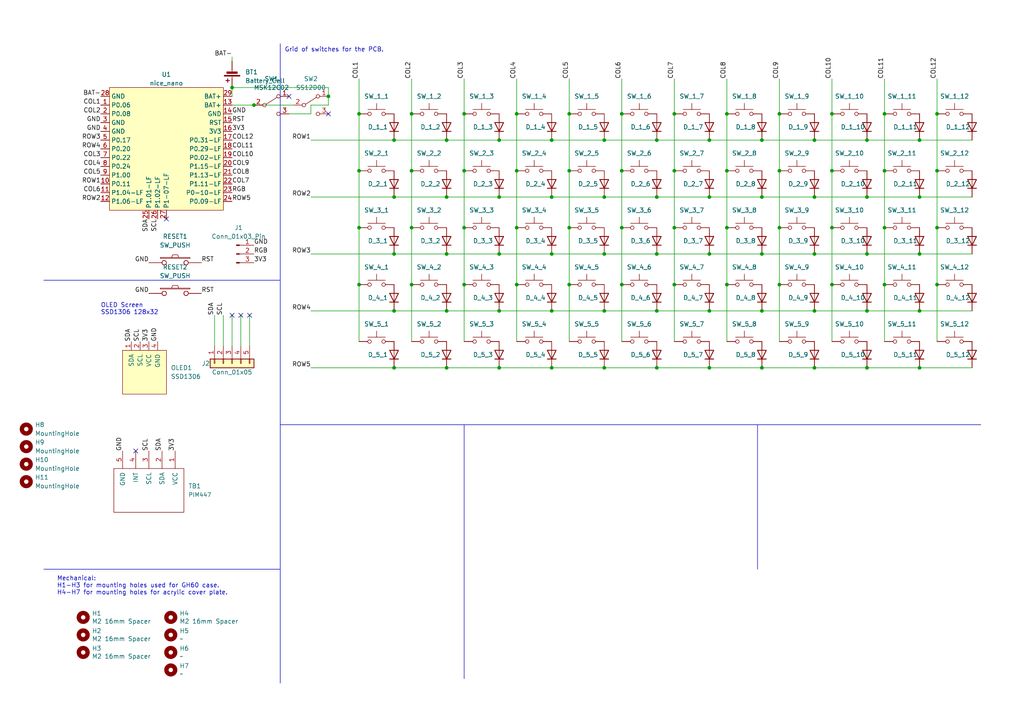
<source format=kicad_sch>
(kicad_sch (version 20230121) (generator eeschema)
  (paper "A4")
  (title_block (title "woodpecker") (date "2023-12-12") (rev "2023.1") (company "github.com/ardakilic/woodpecker") (comment 1 "Feature: 1x Nice!Nano 1x OLED 1xTrackball") (comment 2 "Keyboard PCB; 12x5 matrix."))
  (lib_symbols
    (symbol "Connector:Conn_01x03_Pin" (pin_names (offset 1.016) hide)
      (property "Reference" "J" (at 0 5.08 0))
      (property "Value" "Conn_01x03_Pin" (at 0 -5.08 0))
      (symbol "Conn_01x03_Pin_1_1"
        (pin passive line (at 5.08 2.54 180) (length 3.81) (name "Pin_1") (number "1"))
        (pin passive line (at 5.08 0 180) (length 3.81) (name "Pin_2") (number "2"))
        (pin passive line (at 5.08 -2.54 180) (length 3.81) (name "Pin_3") (number "3"))
      )
    )
    (symbol "Connector_Generic:Conn_01x05" (pin_names (offset 1.016) hide)
      (property "Reference" "J" (at 0 7.62 0))
      (property "Value" "Conn_01x05" (at 0 -7.62 0))
      (symbol "Conn_01x05_1_1"
        (pin passive line (at -5.08 5.08 0) (length 3.81) (name "Pin_1") (number "1"))
        (pin passive line (at -5.08 2.54 0) (length 3.81) (name "Pin_2") (number "2"))
        (pin passive line (at -5.08 0 0) (length 3.81) (name "Pin_3") (number "3"))
        (pin passive line (at -5.08 -2.54 0) (length 3.81) (name "Pin_4") (number "4"))
        (pin passive line (at -5.08 -5.08 0) (length 3.81) (name "Pin_5") (number "5"))
      )
    )
    (symbol "Device:Battery_Cell" (pin_numbers hide) (pin_names (offset 0) hide)
      (property "Reference" "BT" (at 2.54 2.54 0))
      (property "Value" "Battery_Cell" (at 2.54 0 0))
      (symbol "Battery_Cell_1_1"
        (pin passive line (at 0 5.08 270) (length 2.54) (name "+") (number "1"))
        (pin passive line (at 0 -2.54 90) (length 2.54) (name "-") (number "2"))
      )
    )
    (symbol "Device:D" (pin_numbers hide) (pin_names (offset 1.016) hide)
      (property "Reference" "D" (at 0 2.54 0))
      (property "Value" "D" (at 0 -2.54 0))
      (symbol "D_1_1"
        (pin passive line (at -3.81 0 0) (length 2.54) (name "K") (number "1"))
        (pin passive line (at 3.81 0 180) (length 2.54) (name "A") (number "2"))
      )
    )
    (symbol "Mechanical:MountingHole" (pin_names (offset 1.016))
      (property "Reference" "H" (at 0 5.08 0))
      (property "Value" "MountingHole" (at 0 3.175 0))
    )
    (symbol "Switch:SW_Push" (pin_numbers hide) (pin_names (offset 1.016) hide)
      (property "Reference" "SW" (at 1.27 2.54 0))
      (property "Value" "SW_Push" (at 0 -1.524 0))
      (symbol "SW_Push_0_1"
        (pin passive line (at -5.08 0 0) (length 2.54) (name "1") (number "1"))
        (pin passive line (at 5.08 0 180) (length 2.54) (name "2") (number "2"))
      )
    )
    (symbol "Switch:SW_SPDT" (pin_names (offset 0) hide)
      (property "Reference" "SW" (at 0 4.318 0))
      (property "Value" "SW_SPDT" (at 0 -5.08 0))
      (symbol "SW_SPDT_1_1"
        (pin passive line (at 5.08 2.54 180) (length 2.54) (name "A") (number "1"))
        (pin passive line (at -5.08 0 0) (length 2.54) (name "B") (number "2"))
        (pin passive line (at 5.08 -2.54 180) (length 2.54) (name "C") (number "3"))
      )
    )
    (symbol "kbd:SW_PUSH" (pin_numbers hide) (pin_names (offset 1.016) hide)
      (property "Reference" "SW" (at 3.81 2.794 0))
      (property "Value" "SW_PUSH" (at 0 -2.032 0))
      (symbol "SW_PUSH_0_1"
        (pin passive inverted (at -7.62 0 0) (length 5.08) (name "1") (number "1"))
        (pin passive inverted (at 7.62 0 180) (length 5.08) (name "2") (number "2"))
      )
    )
    (symbol "marbastlib-promicroish:nice_nano" (in_bom no)
      (property "Reference" "U" (at 0 22.86 0))
      (property "Value" "nice_nano" (at 0 20.32 0))
      (symbol "nice_nano_0_0"
        (pin bidirectional line (at -19.05 13.97 0) (length 2.54) (name "P0.06") (number "1"))
        (pin bidirectional line (at -19.05 -8.89 0) (length 2.54) (name "P0.11") (number "10"))
        (pin bidirectional line (at -19.05 -11.43 0) (length 2.54) (name "P1.04-LF") (number "11"))
        (pin bidirectional line (at -19.05 -13.97 0) (length 2.54) (name "P1.06-LF") (number "12"))
        (pin power_out line (at 19.05 11.43 180) (length 2.54) (name "GND") (number "14"))
        (pin bidirectional line (at 19.05 8.89 180) (length 2.54) (name "RST") (number "15"))
        (pin bidirectional line (at 19.05 3.81 180) (length 2.54) (name "P0.31-LF") (number "17"))
        (pin bidirectional line (at 19.05 1.27 180) (length 2.54) (name "P0.29-LF") (number "18"))
        (pin bidirectional line (at 19.05 -1.27 180) (length 2.54) (name "P0.02-LF") (number "19"))
        (pin bidirectional line (at -19.05 11.43 0) (length 2.54) (name "P0.08") (number "2"))
        (pin bidirectional line (at 19.05 -3.81 180) (length 2.54) (name "P1.15-LF") (number "20"))
        (pin bidirectional line (at 19.05 -6.35 180) (length 2.54) (name "P1.13-LF") (number "21"))
        (pin bidirectional line (at 19.05 -8.89 180) (length 2.54) (name "P1.11-LF") (number "22"))
        (pin bidirectional line (at 19.05 -11.43 180) (length 2.54) (name "P0-10-LF") (number "23"))
        (pin bidirectional line (at 19.05 -13.97 180) (length 2.54) (name "P0.09-LF") (number "24"))
        (pin power_out line (at -19.05 8.89 0) (length 2.54) (name "GND") (number "3"))
        (pin power_out line (at -19.05 6.35 0) (length 2.54) (name "GND") (number "4"))
        (pin bidirectional line (at -19.05 3.81 0) (length 2.54) (name "P0.17") (number "5"))
        (pin bidirectional line (at -19.05 1.27 0) (length 2.54) (name "P0.20") (number "6"))
        (pin bidirectional line (at -19.05 -1.27 0) (length 2.54) (name "P0.22") (number "7"))
        (pin bidirectional line (at -19.05 -3.81 0) (length 2.54) (name "P0.24") (number "8"))
        (pin bidirectional line (at -19.05 -6.35 0) (length 2.54) (name "P1.00") (number "9"))
      )
      (symbol "nice_nano_1_0"
        (pin power_out line (at 19.05 13.97 180) (length 2.54) (name "BAT+") (number "13"))
        (pin power_out line (at 19.05 6.35 180) (length 2.54) (name "3V3") (number "16"))
        (pin bidirectional line (at -5.08 -19.05 90) (length 2.54) (name "P1.01-LF") (number "25"))
        (pin bidirectional line (at -2.54 -19.05 90) (length 2.54) (name "P1.02-LF") (number "26"))
        (pin bidirectional line (at 0 -19.05 90) (length 2.54) (name "P1-07-LF") (number "27"))
        (pin power_out line (at -19.05 16.51 0) (length 2.54) (name "GND") (number "28"))
        (pin power_out line (at 19.05 16.51 180) (length 2.54) (name "BAT+") (number "29"))
      )
    )
    (symbol "ssd1306:SSD1306" (pin_names (offset 1.016))
      (property "Reference" "OLED1" (at 7.62 1.2701 0))
      (property "Value" "SSD1306" (at 7.62 -1.2699 0))
      (symbol "SSD1306_1_1"
        (pin input line (at -3.81 8.89 270) (length 2.54) (name "SDA") (number "1"))
        (pin input line (at -1.27 8.89 270) (length 2.54) (name "SCL") (number "2"))
        (pin input line (at 1.27 8.89 270) (length 2.54) (name "VCC") (number "3"))
        (pin input line (at 3.81 8.89 270) (length 2.54) (name "GND") (number "4"))
      )
    )
    (symbol "takashicompany:PIM447" (pin_names (offset 1.016))
      (property "Reference" "TB" (at 0 15.24 0))
      (property "Value" "PIM447" (at 0 7.62 0))
      (symbol "PIM447_1_1"
        (pin power_in line (at -7.62 -5.08 90) (length 5.08) (name "VCC") (number "1"))
        (pin bidirectional line (at -3.81 -5.08 90) (length 5.08) (name "SDA") (number "2"))
        (pin bidirectional line (at 0 -5.08 90) (length 5.08) (name "SCL") (number "3"))
        (pin bidirectional line (at 3.81 -5.08 90) (length 5.08) (name "INT") (number "4"))
        (pin power_in line (at 7.62 -5.08 90) (length 5.08) (name "GND") (number "5"))
      )
    )
  )
  (junction (at 129.54 90.17))
  (junction (at 175.26 73.66))
  (junction (at 220.98 57.15))
  (junction (at 149.86 82.55))
  (junction (at 251.46 106.68))
  (junction (at 210.82 82.55))
  (junction (at 104.14 66.04))
  (junction (at 160.02 106.68))
  (junction (at 226.06 33.02))
  (junction (at 266.7 106.68))
  (junction (at 114.3 73.66))
  (junction (at 195.58 82.55))
  (junction (at 165.1 49.53))
  (junction (at 190.5 57.15))
  (junction (at 144.78 57.15))
  (junction (at 114.3 57.15))
  (junction (at 134.62 49.53))
  (junction (at 129.54 40.64))
  (junction (at 271.78 49.53))
  (junction (at 160.02 57.15))
  (junction (at 114.3 40.64))
  (junction (at 266.7 40.64))
  (junction (at 195.58 33.02))
  (junction (at 226.06 66.04))
  (junction (at 144.78 106.68))
  (junction (at 210.82 49.53))
  (junction (at 180.34 66.04))
  (junction (at 134.62 82.55))
  (junction (at 236.22 106.68))
  (junction (at 220.98 106.68))
  (junction (at 256.54 49.53))
  (junction (at 190.5 90.17))
  (junction (at 144.78 90.17))
  (junction (at 220.98 73.66))
  (junction (at 104.14 33.02))
  (junction (at 271.78 33.02))
  (junction (at 73.66 30.48))
  (junction (at 251.46 90.17))
  (junction (at 114.3 90.17))
  (junction (at 144.78 73.66))
  (junction (at 175.26 40.64))
  (junction (at 241.3 49.53))
  (junction (at 266.7 73.66))
  (junction (at 271.78 66.04))
  (junction (at 236.22 73.66))
  (junction (at 190.5 40.64))
  (junction (at 251.46 40.64))
  (junction (at 114.3 106.68))
  (junction (at 205.74 57.15))
  (junction (at 104.14 49.53))
  (junction (at 134.62 33.02))
  (junction (at 149.86 49.53))
  (junction (at 129.54 57.15))
  (junction (at 95.25 27.94))
  (junction (at 149.86 66.04))
  (junction (at 226.06 82.55))
  (junction (at 195.58 66.04))
  (junction (at 256.54 33.02))
  (junction (at 195.58 49.53))
  (junction (at 67.31 25.4))
  (junction (at 129.54 106.68))
  (junction (at 129.54 73.66))
  (junction (at 160.02 73.66))
  (junction (at 160.02 40.64))
  (junction (at 205.74 106.68))
  (junction (at 104.14 82.55))
  (junction (at 205.74 73.66))
  (junction (at 119.38 33.02))
  (junction (at 165.1 66.04))
  (junction (at 175.26 106.68))
  (junction (at 160.02 90.17))
  (junction (at 241.3 82.55))
  (junction (at 149.86 33.02))
  (junction (at 165.1 82.55))
  (junction (at 205.74 90.17))
  (junction (at 180.34 82.55))
  (junction (at 165.1 33.02))
  (junction (at 266.7 90.17))
  (junction (at 210.82 33.02))
  (junction (at 236.22 57.15))
  (junction (at 226.06 49.53))
  (junction (at 251.46 57.15))
  (junction (at 175.26 90.17))
  (junction (at 220.98 40.64))
  (junction (at 175.26 57.15))
  (junction (at 236.22 90.17))
  (junction (at 180.34 49.53))
  (junction (at 256.54 82.55))
  (junction (at 119.38 66.04))
  (junction (at 266.7 57.15))
  (junction (at 271.78 82.55))
  (junction (at 180.34 33.02))
  (junction (at 119.38 82.55))
  (junction (at 134.62 66.04))
  (junction (at 236.22 40.64))
  (junction (at 205.74 40.64))
  (junction (at 256.54 66.04))
  (junction (at 220.98 90.17))
  (junction (at 241.3 66.04))
  (junction (at 241.3 33.02))
  (junction (at 144.78 40.64))
  (junction (at 210.82 66.04))
  (junction (at 190.5 73.66))
  (junction (at 119.38 49.53))
  (junction (at 190.5 106.68))
  (junction (at 251.46 73.66))
  (no_connect (at 72.39 91.44))
  (no_connect (at 95.25 33.02))
  (no_connect (at 69.85 91.44))
  (no_connect (at 83.82 27.94))
  (no_connect (at 67.31 91.44))
  (no_connect (at 39.37 130.81))
  (no_connect (at 48.26 63.5))
  (wire (pts (xy 180.34 66.04) (xy 180.34 82.55)))
  (wire (pts (xy 266.7 57.15) (xy 281.94 57.15)))
  (wire (pts (xy 195.58 66.04) (xy 195.58 82.55)))
  (polyline (pts (xy 81.28 12.7) (xy 81.28 198.12)))
  (wire (pts (xy 160.02 106.68) (xy 144.78 106.68)))
  (wire (pts (xy 95.25 25.4) (xy 95.25 27.94)))
  (wire (pts (xy 251.46 57.15) (xy 266.7 57.15)))
  (wire (pts (xy 104.14 82.55) (xy 104.14 99.06)))
  (wire (pts (xy 165.1 82.55) (xy 165.1 99.06)))
  (wire (pts (xy 175.26 106.68) (xy 190.5 106.68)))
  (wire (pts (xy 119.38 66.04) (xy 119.38 82.55)))
  (wire (pts (xy 281.94 106.68) (xy 266.7 106.68)))
  (wire (pts (xy 160.02 40.64) (xy 175.26 40.64)))
  (wire (pts (xy 241.3 66.04) (xy 241.3 82.55)))
  (wire (pts (xy 129.54 73.66) (xy 144.78 73.66)))
  (wire (pts (xy 180.34 49.53) (xy 180.34 66.04)))
  (wire (pts (xy 205.74 73.66) (xy 220.98 73.66)))
  (wire (pts (xy 72.39 100.33) (xy 72.39 91.44)))
  (wire (pts (xy 241.3 22.86) (xy 241.3 33.02)))
  (wire (pts (xy 226.06 22.86) (xy 226.06 33.02)))
  (wire (pts (xy 256.54 82.55) (xy 256.54 99.06)))
  (wire (pts (xy 220.98 73.66) (xy 236.22 73.66)))
  (wire (pts (xy 251.46 73.66) (xy 236.22 73.66)))
  (wire (pts (xy 195.58 33.02) (xy 195.58 49.53)))
  (wire (pts (xy 149.86 82.55) (xy 149.86 99.06)))
  (wire (pts (xy 236.22 90.17) (xy 220.98 90.17)))
  (polyline (pts (xy 219.71 123.19) (xy 219.71 165.1)))
  (wire (pts (xy 104.14 33.02) (xy 104.14 49.53)))
  (wire (pts (xy 95.25 27.94) (xy 95.25 30.48)))
  (wire (pts (xy 134.62 22.86) (xy 134.62 33.02)))
  (polyline (pts (xy 81.28 81.28) (xy 12.7 81.28)))
  (wire (pts (xy 64.77 91.44) (xy 64.77 100.33)))
  (wire (pts (xy 160.02 73.66) (xy 175.26 73.66)))
  (wire (pts (xy 195.58 22.86) (xy 195.58 33.02)))
  (wire (pts (xy 104.14 49.53) (xy 104.14 66.04)))
  (wire (pts (xy 210.82 82.55) (xy 210.82 99.06)))
  (wire (pts (xy 144.78 106.68) (xy 129.54 106.68)))
  (wire (pts (xy 114.3 73.66) (xy 90.17 73.66)))
  (wire (pts (xy 144.78 73.66) (xy 160.02 73.66)))
  (wire (pts (xy 256.54 22.86) (xy 256.54 33.02)))
  (wire (pts (xy 119.38 33.02) (xy 119.38 49.53)))
  (wire (pts (xy 241.3 49.53) (xy 241.3 66.04)))
  (wire (pts (xy 144.78 90.17) (xy 129.54 90.17)))
  (wire (pts (xy 149.86 66.04) (xy 149.86 82.55)))
  (wire (pts (xy 271.78 66.04) (xy 271.78 82.55)))
  (wire (pts (xy 149.86 22.86) (xy 149.86 33.02)))
  (wire (pts (xy 210.82 66.04) (xy 210.82 82.55)))
  (wire (pts (xy 266.7 90.17) (xy 251.46 90.17)))
  (wire (pts (xy 165.1 22.86) (xy 165.1 33.02)))
  (wire (pts (xy 210.82 22.86) (xy 210.82 33.02)))
  (wire (pts (xy 236.22 40.64) (xy 251.46 40.64)))
  (wire (pts (xy 236.22 57.15) (xy 251.46 57.15)))
  (wire (pts (xy 271.78 22.86) (xy 271.78 33.02)))
  (wire (pts (xy 175.26 57.15) (xy 160.02 57.15)))
  (wire (pts (xy 129.54 40.64) (xy 144.78 40.64)))
  (wire (pts (xy 195.58 49.53) (xy 195.58 66.04)))
  (wire (pts (xy 190.5 40.64) (xy 175.26 40.64)))
  (wire (pts (xy 165.1 33.02) (xy 165.1 49.53)))
  (wire (pts (xy 256.54 49.53) (xy 256.54 66.04)))
  (wire (pts (xy 67.31 25.4) (xy 95.25 25.4)))
  (wire (pts (xy 114.3 57.15) (xy 129.54 57.15)))
  (wire (pts (xy 114.3 73.66) (xy 129.54 73.66)))
  (wire (pts (xy 95.25 30.48) (xy 90.17 30.48)))
  (wire (pts (xy 165.1 49.53) (xy 165.1 66.04)))
  (wire (pts (xy 160.02 90.17) (xy 144.78 90.17)))
  (wire (pts (xy 114.3 57.15) (xy 90.17 57.15)))
  (wire (pts (xy 175.26 106.68) (xy 160.02 106.68)))
  (wire (pts (xy 104.14 22.86) (xy 104.14 33.02)))
  (wire (pts (xy 114.3 90.17) (xy 90.17 90.17)))
  (wire (pts (xy 175.26 57.15) (xy 190.5 57.15)))
  (wire (pts (xy 149.86 33.02) (xy 149.86 49.53)))
  (wire (pts (xy 129.54 90.17) (xy 114.3 90.17)))
  (wire (pts (xy 134.62 82.55) (xy 134.62 99.06)))
  (wire (pts (xy 220.98 57.15) (xy 236.22 57.15)))
  (wire (pts (xy 205.74 90.17) (xy 190.5 90.17)))
  (wire (pts (xy 190.5 90.17) (xy 175.26 90.17)))
  (wire (pts (xy 114.3 106.68) (xy 90.17 106.68)))
  (wire (pts (xy 90.17 30.48) (xy 90.17 33.02)))
  (wire (pts (xy 271.78 49.53) (xy 271.78 66.04)))
  (wire (pts (xy 241.3 33.02) (xy 241.3 49.53)))
  (wire (pts (xy 149.86 49.53) (xy 149.86 66.04)))
  (wire (pts (xy 210.82 33.02) (xy 210.82 49.53)))
  (wire (pts (xy 256.54 66.04) (xy 256.54 82.55)))
  (wire (pts (xy 73.66 30.48) (xy 85.09 30.48)))
  (wire (pts (xy 114.3 40.64) (xy 90.17 40.64)))
  (wire (pts (xy 251.46 90.17) (xy 236.22 90.17)))
  (polyline (pts (xy 81.28 123.19) (xy 284.48 123.19)))
  (wire (pts (xy 190.5 73.66) (xy 205.74 73.66)))
  (wire (pts (xy 134.62 33.02) (xy 134.62 49.53)))
  (wire (pts (xy 119.38 22.86) (xy 119.38 33.02)))
  (wire (pts (xy 220.98 106.68) (xy 205.74 106.68)))
  (wire (pts (xy 190.5 57.15) (xy 205.74 57.15)))
  (wire (pts (xy 144.78 40.64) (xy 160.02 40.64)))
  (wire (pts (xy 104.14 66.04) (xy 104.14 82.55)))
  (wire (pts (xy 175.26 73.66) (xy 190.5 73.66)))
  (wire (pts (xy 144.78 57.15) (xy 160.02 57.15)))
  (wire (pts (xy 210.82 49.53) (xy 210.82 66.04)))
  (wire (pts (xy 271.78 33.02) (xy 271.78 49.53)))
  (wire (pts (xy 281.94 90.17) (xy 266.7 90.17)))
  (wire (pts (xy 251.46 106.68) (xy 236.22 106.68)))
  (wire (pts (xy 119.38 49.53) (xy 119.38 66.04)))
  (wire (pts (xy 134.62 66.04) (xy 134.62 82.55)))
  (wire (pts (xy 67.31 16.51) (xy 67.31 17.78)))
  (wire (pts (xy 205.74 40.64) (xy 220.98 40.64)))
  (wire (pts (xy 226.06 49.53) (xy 226.06 66.04)))
  (wire (pts (xy 67.31 91.44) (xy 67.31 100.33)))
  (wire (pts (xy 195.58 82.55) (xy 195.58 99.06)))
  (wire (pts (xy 220.98 90.17) (xy 205.74 90.17)))
  (wire (pts (xy 220.98 40.64) (xy 236.22 40.64)))
  (wire (pts (xy 226.06 82.55) (xy 226.06 99.06)))
  (wire (pts (xy 251.46 73.66) (xy 266.7 73.66)))
  (wire (pts (xy 281.94 73.66) (xy 266.7 73.66)))
  (wire (pts (xy 226.06 66.04) (xy 226.06 82.55)))
  (wire (pts (xy 205.74 106.68) (xy 190.5 106.68)))
  (wire (pts (xy 256.54 33.02) (xy 256.54 49.53)))
  (polyline (pts (xy 81.28 165.1) (xy 12.7 165.1)))
  (wire (pts (xy 114.3 40.64) (xy 129.54 40.64)))
  (wire (pts (xy 67.31 30.48) (xy 73.66 30.48)))
  (wire (pts (xy 180.34 33.02) (xy 180.34 49.53)))
  (wire (pts (xy 241.3 82.55) (xy 241.3 99.06)))
  (polyline (pts (xy 134.62 123.19) (xy 134.62 196.85)))
  (wire (pts (xy 69.85 100.33) (xy 69.85 91.44)))
  (wire (pts (xy 266.7 40.64) (xy 281.94 40.64)))
  (wire (pts (xy 271.78 82.55) (xy 271.78 99.06)))
  (wire (pts (xy 90.17 33.02) (xy 83.82 33.02)))
  (wire (pts (xy 129.54 57.15) (xy 144.78 57.15)))
  (wire (pts (xy 180.34 82.55) (xy 180.34 99.06)))
  (wire (pts (xy 226.06 33.02) (xy 226.06 49.53)))
  (wire (pts (xy 67.31 25.4) (xy 67.31 27.94)))
  (wire (pts (xy 165.1 66.04) (xy 165.1 82.55)))
  (wire (pts (xy 266.7 106.68) (xy 251.46 106.68)))
  (wire (pts (xy 119.38 82.55) (xy 119.38 99.06)))
  (wire (pts (xy 175.26 90.17) (xy 160.02 90.17)))
  (wire (pts (xy 180.34 22.86) (xy 180.34 33.02)))
  (wire (pts (xy 251.46 40.64) (xy 266.7 40.64)))
  (wire (pts (xy 190.5 40.64) (xy 205.74 40.64)))
  (wire (pts (xy 62.23 91.44) (xy 62.23 100.33)))
  (wire (pts (xy 129.54 106.68) (xy 114.3 106.68)))
  (wire (pts (xy 205.74 57.15) (xy 220.98 57.15)))
  (wire (pts (xy 236.22 106.68) (xy 220.98 106.68)))
  (wire (pts (xy 134.62 49.53) (xy 134.62 66.04)))
  (text "Grid of switches for the PCB." (at 82.55 15.24 0) (effects (font (size 1.27 1.27)) (justify left bottom)))
  (text "OLED Screen\nSSD1306 128x32" (at 29.21 91.44 0) (effects (font (size 1.27 1.27)) (justify left bottom)))
  (text "Mechanical:\nH1-H3 for mounting holes used for GH60 case.\nH4-H7 for mounting holes for acrylic cover plate." (at 16.51 172.72 0) (effects (font (size 1.27 1.27)) (justify left bottom)))
  (label "SCL" (at 40.64 99.06 90))
  (label "GND" (at 29.21 35.56 180))
  (label "COL3" (at 29.21 45.72 180))
  (label "ROW4" (at 29.21 43.18 180))
  (label "RGB" (at 73.66 73.66 0))
  (label "COL4" (at 29.21 48.26 180))
  (label "RST" (at 67.31 35.56 0))
  (label "RST" (at 58.42 76.2 0))
  (label "COL9" (at 226.06 22.86 90))
  (label "GND" (at 29.21 38.1 180))
  (label "SCL" (at 64.77 91.44 90))
  (label "COL1" (at 104.14 22.86 90))
  (label "COL12" (at 67.31 40.64 0))
  (label "3V3" (at 43.18 99.06 90))
  (label "SDA" (at 46.99 130.81 90))
  (label "COL10" (at 241.3 22.86 90))
  (label "COL11" (at 67.31 43.18 0))
  (label "COL6" (at 180.34 22.86 90))
  (label "GND" (at 43.18 76.2 180))
  (label "COL1" (at 29.21 30.48 180))
  (label "SCL" (at 43.18 130.81 90))
  (label "RST" (at 58.42 85.09 0))
  (label "GND" (at 67.31 33.02 0))
  (label "SDA" (at 62.23 91.44 90))
  (label "GND" (at 45.72 99.06 90))
  (label "3V3" (at 50.8 130.81 90))
  (label "COL5" (at 29.21 50.8 180))
  (label "SCL" (at 45.72 63.5 270))
  (label "ROW2" (at 29.21 58.42 180))
  (label "COL7" (at 195.58 22.86 90))
  (label "COL8" (at 67.31 50.8 0))
  (label "ROW1" (at 90.17 40.64 180))
  (label "3V3" (at 73.66 76.2 0))
  (label "COL12" (at 271.78 22.86 90))
  (label "ROW1" (at 29.21 53.34 180))
  (label "COL10" (at 67.31 45.72 0))
  (label "COL3" (at 134.62 22.86 90))
  (label "COL6" (at 29.21 55.88 180))
  (label "BAT-" (at 29.21 27.94 180))
  (label "COL2" (at 29.21 33.02 180))
  (label "ROW4" (at 90.17 90.17 180))
  (label "BAT-" (at 67.31 16.51 180))
  (label "COL2" (at 119.38 22.86 90))
  (label "ROW3" (at 29.21 40.64 180))
  (label "ROW3" (at 90.17 73.66 180))
  (label "ROW5" (at 67.31 58.42 0))
  (label "COL4" (at 149.86 22.86 90))
  (label "ROW5" (at 90.17 106.68 180))
  (label "GND" (at 35.56 130.81 90))
  (label "COL7" (at 67.31 53.34 0))
  (label "SDA" (at 43.18 63.5 270))
  (label "GND" (at 43.18 85.09 180))
  (label "COL8" (at 210.82 22.86 90))
  (label "3V3" (at 67.31 38.1 0))
  (label "COL9" (at 67.31 48.26 0))
  (label "ROW2" (at 90.17 57.15 180))
  (label "SDA" (at 38.1 99.06 90))
  (label "RGB" (at 67.31 55.88 0))
  (label "GND" (at 73.66 71.12 0))
  (label "COL11" (at 256.54 22.86 90))
  (label "COL5" (at 165.1 22.86 90))
  (symbol (lib_id "Switch:SW_Push") (at 109.22 33.02 0) (unit 1)
    (property "Reference" "SW_1_1" (at 109.22 27.94 0))
    (property "Value" "MX-compatible or Kailh Choc v1" (effects hide))
    (property "Footprint" "ProjectLocal:SW_MX_PG1350_NoLed" (effects hide))
    (property "Description" "Mechanical Keyboard Switch" (effects hide))
  )
  (symbol (lib_id "Mechanical:MountingHole") (at 24.13 179.07 0) (unit 1)
    (property "Reference" "H1" (at 26.67 177.9016 0) (effects (justify left)))
    (property "Value" "M2 16mm Spacer" (at 26.67 180.213 0) (effects (justify left)))
    (property "Footprint" "MountingHole:MountingHole_2.2mm_M2_DIN965_Pad" (effects hide))
    (property "Description" "Acrylic Cover Mounting Hole" (effects hide))
  )
  (symbol (lib_id "Mechanical:MountingHole") (at 24.13 184.15 0) (unit 1)
    (property "Reference" "H2" (at 26.67 182.9816 0) (effects (justify left)))
    (property "Value" "M2 16mm Spacer" (at 26.67 185.293 0) (effects (justify left)))
    (property "Footprint" "MountingHole:MountingHole_2.2mm_M2_DIN965_Pad" (effects hide))
    (property "Description" "Acrylic Cover Mounting Hole" (effects hide))
  )
  (symbol (lib_id "Mechanical:MountingHole") (at 24.13 189.23 0) (unit 1)
    (property "Reference" "H3" (at 26.67 188.0616 0) (effects (justify left)))
    (property "Value" "M2 16mm Spacer" (at 26.67 190.373 0) (effects (justify left)))
    (property "Footprint" "MountingHole:MountingHole_2.2mm_M2_DIN965_Pad" (effects hide))
    (property "Description" "Acrylic Cover Mounting Hole" (effects hide))
  )
  (symbol (lib_id "Mechanical:MountingHole") (at 49.53 179.07 0) (unit 1)
    (property "Reference" "H4" (at 52.07 177.9016 0) (effects (justify left)))
    (property "Value" "M2 16mm Spacer" (at 52.07 180.213 0) (effects (justify left)))
    (property "Footprint" "MountingHole:MountingHole_2.2mm_M2_DIN965_Pad" (effects hide))
    (property "Description" "Acrylic Cover Mounting Hole" (effects hide))
  )
  (symbol (lib_id "Mechanical:MountingHole") (at 49.53 184.15 0) (unit 1)
    (property "Reference" "H5" (at 52.07 182.9816 0) (effects (justify left)))
    (property "Value" "~" (at 52.07 185.293 0) (effects (justify left)))
    (property "Footprint" "ProjectLocal:Bumpon_3M_F0502" (effects hide))
    (property "Description" "GH-60 Case Mounting Hole" (effects hide))
  )
  (symbol (lib_id "Mechanical:MountingHole") (at 49.53 189.23 0) (unit 1)
    (property "Reference" "H6" (at 52.07 188.0616 0) (effects (justify left)))
    (property "Value" "~" (at 52.07 190.373 0) (effects (justify left)))
    (property "Footprint" "Library:MountingHole_2.2mm_M2_elongated" (effects hide))
    (property "Description" "GH-60 Case Mounting Hole" (effects hide))
  )
  (symbol (lib_id "Mechanical:MountingHole") (at 49.53 194.31 0) (unit 1)
    (property "Reference" "H7" (at 52.07 193.1416 0) (effects (justify left)))
    (property "Value" "~" (at 52.07 195.453 0) (effects (justify left)))
    (property "Footprint" "Library:MountingHole_2.2mm_M2_elongated" (effects hide))
    (property "Description" "GH-60 Case Mounting Hole" (effects hide))
  )
  (symbol (lib_id "Device:D") (at 114.3 36.83 90) (unit 1)
    (property "Reference" "D_1_1" (at 106.68 36.83 90) (effects (justify right)))
    (property "Value" "1N4148" (effects hide))
    (property "Footprint" "Keebio-Parts:Diode-dual" (effects hide))
    (property "Description" "Diode (Through-hole or 0805)" (effects hide))
  )
  (symbol (lib_id "Switch:SW_Push") (at 124.46 33.02 0) (unit 1)
    (property "Reference" "SW_1_2" (at 124.46 27.94 0))
    (property "Value" "MX-compatible or Kailh Choc v1" (effects hide))
    (property "Footprint" "ProjectLocal:SW_MX_PG1350_NoLed" (effects hide))
    (property "Description" "Mechanical Keyboard Switch" (effects hide))
  )
  (symbol (lib_id "Device:D") (at 129.54 36.83 90) (unit 1)
    (property "Reference" "D_1_2" (at 121.92 36.83 90) (effects (justify right)))
    (property "Value" "1N4148" (effects hide))
    (property "Footprint" "Keebio-Parts:Diode-dual" (effects hide))
    (property "Description" "Diode (Through-hole or 0805)" (effects hide))
  )
  (symbol (lib_id "Switch:SW_Push") (at 139.7 33.02 0) (unit 1)
    (property "Reference" "SW_1_3" (at 139.7 27.94 0))
    (property "Value" "MX-compatible or Kailh Choc v1" (effects hide))
    (property "Footprint" "ProjectLocal:SW_MX_PG1350_NoLed" (effects hide))
    (property "Description" "Mechanical Keyboard Switch" (effects hide))
  )
  (symbol (lib_id "Switch:SW_Push") (at 154.94 33.02 0) (unit 1)
    (property "Reference" "SW_1_4" (at 154.94 27.94 0))
    (property "Value" "MX-compatible or Kailh Choc v1" (effects hide))
    (property "Footprint" "ProjectLocal:SW_MX_PG1350_NoLed" (effects hide))
    (property "Description" "Mechanical Keyboard Switch" (effects hide))
  )
  (symbol (lib_id "Switch:SW_Push") (at 170.18 33.02 0) (unit 1)
    (property "Reference" "SW_1_5" (at 170.18 27.94 0))
    (property "Value" "MX-compatible or Kailh Choc v1" (effects hide))
    (property "Footprint" "ProjectLocal:SW_MX_PG1350_NoLed" (effects hide))
    (property "Description" "Mechanical Keyboard Switch" (effects hide))
  )
  (symbol (lib_id "Switch:SW_Push") (at 185.42 33.02 0) (unit 1)
    (property "Reference" "SW_1_6" (at 185.42 27.94 0))
    (property "Value" "MX-compatible or Kailh Choc v1" (effects hide))
    (property "Footprint" "ProjectLocal:SW_MX_PG1350_NoLed" (effects hide))
    (property "Description" "Mechanical Keyboard Switch" (effects hide))
  )
  (symbol (lib_id "Switch:SW_Push") (at 200.66 33.02 0) (unit 1)
    (property "Reference" "SW_1_7" (at 200.66 27.94 0))
    (property "Value" "MX-compatible or Kailh Choc v1" (effects hide))
    (property "Footprint" "ProjectLocal:SW_MX_PG1350_NoLed" (effects hide))
    (property "Description" "Mechanical Keyboard Switch" (effects hide))
  )
  (symbol (lib_id "Switch:SW_Push") (at 215.9 33.02 0) (unit 1)
    (property "Reference" "SW_1_8" (at 215.9 27.94 0))
    (property "Value" "MX-compatible or Kailh Choc v1" (effects hide))
    (property "Footprint" "ProjectLocal:SW_MX_PG1350_NoLed" (effects hide))
    (property "Description" "Mechanical Keyboard Switch" (effects hide))
  )
  (symbol (lib_id "Switch:SW_Push") (at 231.14 33.02 0) (unit 1)
    (property "Reference" "SW_1_9" (at 231.14 27.94 0))
    (property "Value" "MX-compatible or Kailh Choc v1" (effects hide))
    (property "Footprint" "ProjectLocal:SW_MX_PG1350_NoLed" (effects hide))
    (property "Description" "Mechanical Keyboard Switch" (effects hide))
  )
  (symbol (lib_id "Switch:SW_Push") (at 246.38 33.02 0) (unit 1)
    (property "Reference" "SW_1_10" (at 246.38 27.94 0))
    (property "Value" "MX-compatible or Kailh Choc v1" (effects hide))
    (property "Footprint" "ProjectLocal:SW_MX_PG1350_NoLed" (effects hide))
    (property "Description" "Mechanical Keyboard Switch" (effects hide))
  )
  (symbol (lib_id "Switch:SW_Push") (at 261.62 33.02 0) (unit 1)
    (property "Reference" "SW_1_11" (at 261.62 27.94 0))
    (property "Value" "MX-compatible or Kailh Choc v1" (effects hide))
    (property "Footprint" "ProjectLocal:SW_MX_PG1350_NoLed" (effects hide))
    (property "Description" "Mechanical Keyboard Switch" (effects hide))
  )
  (symbol (lib_id "Switch:SW_Push") (at 276.86 33.02 0) (unit 1)
    (property "Reference" "SW_1_12" (at 276.86 27.94 0))
    (property "Value" "MX-compatible or Kailh Choc v1" (effects hide))
    (property "Footprint" "ProjectLocal:SW_MX_PG1350_NoLed" (effects hide))
    (property "Description" "Mechanical Keyboard Switch" (effects hide))
  )
  (symbol (lib_id "Switch:SW_Push") (at 109.22 49.53 0) (unit 1)
    (property "Reference" "SW_2_1" (at 109.22 44.45 0))
    (property "Value" "MX-compatible or Kailh Choc v1" (effects hide))
    (property "Footprint" "ProjectLocal:SW_MX_PG1350_NoLed" (effects hide))
    (property "Description" "Mechanical Keyboard Switch" (effects hide))
  )
  (symbol (lib_id "Device:D") (at 114.3 53.34 90) (unit 1)
    (property "Reference" "D_2_1" (at 106.68 53.34 90) (effects (justify right)))
    (property "Value" "1N4148" (effects hide))
    (property "Footprint" "Keebio-Parts:Diode-dual" (effects hide))
    (property "Description" "Diode (Through-hole or 0805)" (effects hide))
  )
  (symbol (lib_id "Switch:SW_Push") (at 109.22 66.04 0) (unit 1)
    (property "Reference" "SW_3_1" (at 109.22 60.96 0))
    (property "Value" "MX-compatible or Kailh Choc v1" (effects hide))
    (property "Footprint" "ProjectLocal:SW_MX_PG1350_NoLed" (effects hide))
    (property "Description" "Mechanical Keyboard Switch" (effects hide))
  )
  (symbol (lib_id "Device:D") (at 114.3 69.85 90) (unit 1)
    (property "Reference" "D_3_1" (at 106.68 69.85 90) (effects (justify right)))
    (property "Value" "1N4148" (effects hide))
    (property "Footprint" "Keebio-Parts:Diode-dual" (effects hide))
    (property "Description" "Diode (Through-hole or 0805)" (effects hide))
  )
  (symbol (lib_id "Switch:SW_Push") (at 109.22 82.55 0) (unit 1)
    (property "Reference" "SW_4_1" (at 109.22 77.47 0))
    (property "Value" "MX-compatible or Kailh Choc v1" (effects hide))
    (property "Footprint" "ProjectLocal:SW_MX_PG1350_NoLed" (effects hide))
    (property "Description" "Mechanical Keyboard Switch" (effects hide))
  )
  (symbol (lib_id "Device:D") (at 114.3 86.36 90) (unit 1)
    (property "Reference" "D_4_1" (at 106.68 86.36 90) (effects (justify right)))
    (property "Value" "1N4148" (effects hide))
    (property "Footprint" "Keebio-Parts:Diode-dual" (effects hide))
    (property "Description" "Diode (Through-hole or 0805)" (effects hide))
  )
  (symbol (lib_id "Switch:SW_Push") (at 109.22 99.06 0) (unit 1)
    (property "Reference" "SW_5_1" (at 109.22 93.98 0))
    (property "Value" "MX-compatible or Kailh Choc v1" (effects hide))
    (property "Footprint" "ProjectLocal:SW_MX_PG1350_NoLed" (effects hide))
    (property "Description" "Mechanical Keyboard Switch" (effects hide))
  )
  (symbol (lib_id "Device:D") (at 114.3 102.87 90) (unit 1)
    (property "Reference" "D_5_1" (at 106.68 102.87 90) (effects (justify right)))
    (property "Value" "1N4148" (effects hide))
    (property "Footprint" "Keebio-Parts:Diode-dual" (effects hide))
    (property "Description" "Diode (Through-hole or 0805)" (effects hide))
  )
  (symbol (lib_id "Switch:SW_Push") (at 124.46 49.53 0) (unit 1)
    (property "Reference" "SW_2_2" (at 124.46 44.45 0))
    (property "Value" "MX-compatible or Kailh Choc v1" (effects hide))
    (property "Footprint" "ProjectLocal:SW_MX_PG1350_NoLed" (effects hide))
    (property "Description" "Mechanical Keyboard Switch" (effects hide))
  )
  (symbol (lib_id "Switch:SW_Push") (at 139.7 49.53 0) (unit 1)
    (property "Reference" "SW_2_3" (at 139.7 44.45 0))
    (property "Value" "MX-compatible or Kailh Choc v1" (effects hide))
    (property "Footprint" "ProjectLocal:SW_MX_PG1350_NoLed" (effects hide))
    (property "Description" "Mechanical Keyboard Switch" (effects hide))
  )
  (symbol (lib_id "Switch:SW_Push") (at 154.94 49.53 0) (unit 1)
    (property "Reference" "SW_2_4" (at 154.94 44.45 0))
    (property "Value" "MX-compatible or Kailh Choc v1" (effects hide))
    (property "Footprint" "ProjectLocal:SW_MX_PG1350_NoLed" (effects hide))
    (property "Description" "Mechanical Keyboard Switch" (effects hide))
  )
  (symbol (lib_id "Switch:SW_Push") (at 170.18 49.53 0) (unit 1)
    (property "Reference" "SW_2_5" (at 170.18 44.45 0))
    (property "Value" "MX-compatible or Kailh Choc v1" (effects hide))
    (property "Footprint" "ProjectLocal:SW_MX_PG1350_NoLed" (effects hide))
    (property "Description" "Mechanical Keyboard Switch" (effects hide))
  )
  (symbol (lib_id "Switch:SW_Push") (at 185.42 49.53 0) (unit 1)
    (property "Reference" "SW_2_6" (at 185.42 44.45 0))
    (property "Value" "MX-compatible or Kailh Choc v1" (effects hide))
    (property "Footprint" "ProjectLocal:SW_MX_PG1350_NoLed" (effects hide))
    (property "Description" "Mechanical Keyboard Switch" (effects hide))
  )
  (symbol (lib_id "Switch:SW_Push") (at 200.66 49.53 0) (unit 1)
    (property "Reference" "SW_2_7" (at 200.66 44.45 0))
    (property "Value" "MX-compatible or Kailh Choc v1" (effects hide))
    (property "Footprint" "ProjectLocal:SW_MX_PG1350_NoLed" (effects hide))
    (property "Description" "Mechanical Keyboard Switch" (effects hide))
  )
  (symbol (lib_id "Switch:SW_Push") (at 215.9 49.53 0) (unit 1)
    (property "Reference" "SW_2_8" (at 215.9 44.45 0))
    (property "Value" "MX-compatible or Kailh Choc v1" (effects hide))
    (property "Footprint" "ProjectLocal:SW_MX_PG1350_NoLed" (effects hide))
    (property "Description" "Mechanical Keyboard Switch" (effects hide))
  )
  (symbol (lib_id "Switch:SW_Push") (at 231.14 49.53 0) (unit 1)
    (property "Reference" "SW_2_9" (at 231.14 44.45 0))
    (property "Value" "MX-compatible or Kailh Choc v1" (effects hide))
    (property "Footprint" "ProjectLocal:SW_MX_PG1350_NoLed" (effects hide))
    (property "Description" "Mechanical Keyboard Switch" (effects hide))
  )
  (symbol (lib_id "Switch:SW_Push") (at 246.38 49.53 0) (unit 1)
    (property "Reference" "SW_2_10" (at 246.38 44.45 0))
    (property "Value" "MX-compatible or Kailh Choc v1" (effects hide))
    (property "Footprint" "ProjectLocal:SW_MX_PG1350_NoLed" (effects hide))
    (property "Description" "Mechanical Keyboard Switch" (effects hide))
  )
  (symbol (lib_id "Switch:SW_Push") (at 261.62 49.53 0) (unit 1)
    (property "Reference" "SW_2_11" (at 261.62 44.45 0))
    (property "Value" "MX-compatible or Kailh Choc v1" (effects hide))
    (property "Footprint" "ProjectLocal:SW_MX_PG1350_NoLed" (effects hide))
    (property "Description" "Mechanical Keyboard Switch" (effects hide))
  )
  (symbol (lib_id "Switch:SW_Push") (at 276.86 49.53 0) (unit 1)
    (property "Reference" "SW_2_12" (at 276.86 44.45 0))
    (property "Value" "MX-compatible or Kailh Choc v1" (effects hide))
    (property "Footprint" "ProjectLocal:SW_MX_PG1350_NoLed" (effects hide))
    (property "Description" "Mechanical Keyboard Switch" (effects hide))
  )
  (symbol (lib_id "Switch:SW_Push") (at 124.46 66.04 0) (unit 1)
    (property "Reference" "SW_3_2" (at 124.46 60.96 0))
    (property "Value" "MX-compatible or Kailh Choc v1" (effects hide))
    (property "Footprint" "ProjectLocal:SW_MX_PG1350_NoLed" (effects hide))
    (property "Description" "Mechanical Keyboard Switch" (effects hide))
  )
  (symbol (lib_id "Switch:SW_Push") (at 139.7 66.04 0) (unit 1)
    (property "Reference" "SW_3_3" (at 139.7 60.96 0))
    (property "Value" "MX-compatible or Kailh Choc v1" (effects hide))
    (property "Footprint" "ProjectLocal:SW_MX_PG1350_NoLed" (effects hide))
    (property "Description" "Mechanical Keyboard Switch" (effects hide))
  )
  (symbol (lib_id "Switch:SW_Push") (at 154.94 66.04 0) (unit 1)
    (property "Reference" "SW_3_4" (at 154.94 60.96 0))
    (property "Value" "MX-compatible or Kailh Choc v1" (effects hide))
    (property "Footprint" "ProjectLocal:SW_MX_PG1350_NoLed" (effects hide))
    (property "Description" "Mechanical Keyboard Switch" (effects hide))
  )
  (symbol (lib_id "Switch:SW_Push") (at 170.18 66.04 0) (unit 1)
    (property "Reference" "SW_3_5" (at 170.18 60.96 0))
    (property "Value" "MX-compatible or Kailh Choc v1" (effects hide))
    (property "Footprint" "ProjectLocal:SW_MX_PG1350_NoLed" (effects hide))
    (property "Description" "Mechanical Keyboard Switch" (effects hide))
  )
  (symbol (lib_id "Switch:SW_Push") (at 185.42 66.04 0) (unit 1)
    (property "Reference" "SW_3_6" (at 185.42 60.96 0))
    (property "Value" "MX-compatible or Kailh Choc v1" (effects hide))
    (property "Footprint" "ProjectLocal:SW_MX_PG1350_NoLed" (effects hide))
    (property "Description" "Mechanical Keyboard Switch" (effects hide))
  )
  (symbol (lib_id "Switch:SW_Push") (at 200.66 66.04 0) (unit 1)
    (property "Reference" "SW_3_7" (at 200.66 60.96 0))
    (property "Value" "MX-compatible or Kailh Choc v1" (effects hide))
    (property "Footprint" "ProjectLocal:SW_MX_PG1350_NoLed" (effects hide))
    (property "Description" "Mechanical Keyboard Switch" (effects hide))
  )
  (symbol (lib_id "Switch:SW_Push") (at 215.9 66.04 0) (unit 1)
    (property "Reference" "SW_3_8" (at 215.9 60.96 0))
    (property "Value" "MX-compatible or Kailh Choc v1" (effects hide))
    (property "Footprint" "ProjectLocal:SW_MX_PG1350_NoLed" (effects hide))
    (property "Description" "Mechanical Keyboard Switch" (effects hide))
  )
  (symbol (lib_id "Switch:SW_Push") (at 231.14 66.04 0) (unit 1)
    (property "Reference" "SW_3_9" (at 231.14 60.96 0))
    (property "Value" "MX-compatible or Kailh Choc v1" (effects hide))
    (property "Footprint" "ProjectLocal:SW_MX_PG1350_NoLed" (effects hide))
    (property "Description" "Mechanical Keyboard Switch" (effects hide))
  )
  (symbol (lib_id "Switch:SW_Push") (at 246.38 66.04 0) (unit 1)
    (property "Reference" "SW_3_10" (at 246.38 60.96 0))
    (property "Value" "MX-compatible or Kailh Choc v1" (effects hide))
    (property "Footprint" "ProjectLocal:SW_MX_PG1350_NoLed" (effects hide))
    (property "Description" "Mechanical Keyboard Switch" (effects hide))
  )
  (symbol (lib_id "Switch:SW_Push") (at 261.62 66.04 0) (unit 1)
    (property "Reference" "SW_3_11" (at 261.62 60.96 0))
    (property "Value" "MX-compatible or Kailh Choc v1" (effects hide))
    (property "Footprint" "ProjectLocal:SW_MX_PG1350_NoLed" (effects hide))
    (property "Description" "Mechanical Keyboard Switch" (effects hide))
  )
  (symbol (lib_id "Switch:SW_Push") (at 276.86 66.04 0) (unit 1)
    (property "Reference" "SW_3_12" (at 276.86 60.96 0))
    (property "Value" "MX-compatible or Kailh Choc v1" (effects hide))
    (property "Footprint" "ProjectLocal:SW_MX_PG1350_NoLed" (effects hide))
    (property "Description" "Mechanical Keyboard Switch" (effects hide))
  )
  (symbol (lib_id "Switch:SW_Push") (at 124.46 82.55 0) (unit 1)
    (property "Reference" "SW_4_2" (at 124.46 77.47 0))
    (property "Value" "MX-compatible or Kailh Choc v1" (effects hide))
    (property "Footprint" "ProjectLocal:SW_MX_PG1350_NoLed" (effects hide))
    (property "Description" "Mechanical Keyboard Switch" (effects hide))
  )
  (symbol (lib_id "Switch:SW_Push") (at 139.7 82.55 0) (unit 1)
    (property "Reference" "SW_4_3" (at 139.7 77.47 0))
    (property "Value" "MX-compatible or Kailh Choc v1" (effects hide))
    (property "Footprint" "ProjectLocal:SW_MX_PG1350_NoLed" (effects hide))
    (property "Description" "Mechanical Keyboard Switch" (effects hide))
  )
  (symbol (lib_id "Switch:SW_Push") (at 154.94 82.55 0) (unit 1)
    (property "Reference" "SW_4_4" (at 154.94 77.47 0))
    (property "Value" "MX-compatible or Kailh Choc v1" (effects hide))
    (property "Footprint" "ProjectLocal:SW_MX_PG1350_NoLed" (effects hide))
    (property "Description" "Mechanical Keyboard Switch" (effects hide))
  )
  (symbol (lib_id "Switch:SW_Push") (at 170.18 82.55 0) (unit 1)
    (property "Reference" "SW_4_5" (at 170.18 77.47 0))
    (property "Value" "MX-compatible or Kailh Choc v1" (effects hide))
    (property "Footprint" "ProjectLocal:SW_MX_PG1350_NoLed" (effects hide))
    (property "Description" "Mechanical Keyboard Switch" (effects hide))
  )
  (symbol (lib_id "Switch:SW_Push") (at 185.42 82.55 0) (unit 1)
    (property "Reference" "SW_4_6" (at 185.42 77.47 0))
    (property "Value" "MX-compatible or Kailh Choc v1" (effects hide))
    (property "Footprint" "ProjectLocal:SW_MX_PG1350_NoLed" (effects hide))
    (property "Description" "Mechanical Keyboard Switch" (effects hide))
  )
  (symbol (lib_id "Switch:SW_Push") (at 200.66 82.55 0) (unit 1)
    (property "Reference" "SW_4_7" (at 200.66 77.47 0))
    (property "Value" "MX-compatible or Kailh Choc v1" (effects hide))
    (property "Footprint" "ProjectLocal:SW_MX_PG1350_NoLed" (effects hide))
    (property "Description" "Mechanical Keyboard Switch" (effects hide))
  )
  (symbol (lib_id "Switch:SW_Push") (at 215.9 82.55 0) (unit 1)
    (property "Reference" "SW_4_8" (at 215.9 77.47 0))
    (property "Value" "MX-compatible or Kailh Choc v1" (effects hide))
    (property "Footprint" "ProjectLocal:SW_MX_PG1350_NoLed" (effects hide))
    (property "Description" "Mechanical Keyboard Switch" (effects hide))
  )
  (symbol (lib_id "Switch:SW_Push") (at 231.14 82.55 0) (unit 1)
    (property "Reference" "SW_4_9" (at 231.14 77.47 0))
    (property "Value" "MX-compatible or Kailh Choc v1" (effects hide))
    (property "Footprint" "ProjectLocal:SW_MX_PG1350_NoLed" (effects hide))
    (property "Description" "Mechanical Keyboard Switch" (effects hide))
  )
  (symbol (lib_id "Switch:SW_Push") (at 246.38 82.55 0) (unit 1)
    (property "Reference" "SW_4_10" (at 246.38 77.47 0))
    (property "Value" "MX-compatible or Kailh Choc v1" (effects hide))
    (property "Footprint" "ProjectLocal:SW_MX_PG1350_NoLed" (effects hide))
    (property "Description" "Mechanical Keyboard Switch" (effects hide))
  )
  (symbol (lib_id "Switch:SW_Push") (at 261.62 82.55 0) (unit 1)
    (property "Reference" "SW_4_11" (at 261.62 77.47 0))
    (property "Value" "MX-compatible or Kailh Choc v1" (effects hide))
    (property "Footprint" "ProjectLocal:SW_MX_PG1350_NoLed" (effects hide))
    (property "Description" "Mechanical Keyboard Switch" (effects hide))
  )
  (symbol (lib_id "Switch:SW_Push") (at 276.86 82.55 0) (unit 1)
    (property "Reference" "SW_4_12" (at 276.86 77.47 0))
    (property "Value" "MX-compatible or Kailh Choc v1" (effects hide))
    (property "Footprint" "ProjectLocal:SW_MX_PG1350_NoLed" (effects hide))
    (property "Description" "Mechanical Keyboard Switch" (effects hide))
  )
  (symbol (lib_id "Switch:SW_Push") (at 124.46 99.06 0) (unit 1)
    (property "Reference" "SW_5_2" (at 124.46 93.98 0))
    (property "Value" "MX-compatible or Kailh Choc v1" (effects hide))
    (property "Footprint" "ProjectLocal:SW_MX_PG1350_NoLed" (effects hide))
    (property "Description" "Mechanical Keyboard Switch" (effects hide))
  )
  (symbol (lib_id "Switch:SW_Push") (at 139.7 99.06 0) (unit 1)
    (property "Reference" "SW_5_3" (at 139.7 93.98 0))
    (property "Value" "MX-compatible or Kailh Choc v1" (effects hide))
    (property "Footprint" "ProjectLocal:SW_MX_PG1350_NoLed" (effects hide))
    (property "Description" "Mechanical Keyboard Switch" (effects hide))
  )
  (symbol (lib_id "Switch:SW_Push") (at 154.94 99.06 0) (unit 1)
    (property "Reference" "SW_5_4" (at 154.94 93.98 0))
    (property "Value" "MX-compatible or Kailh Choc v1" (effects hide))
    (property "Footprint" "ProjectLocal:SW_MX_PG1350_NoLed" (effects hide))
    (property "Description" "Mechanical Keyboard Switch" (effects hide))
  )
  (symbol (lib_id "Switch:SW_Push") (at 170.18 99.06 0) (unit 1)
    (property "Reference" "SW_5_5" (at 170.18 93.98 0))
    (property "Value" "MX-compatible or Kailh Choc v1" (effects hide))
    (property "Footprint" "ProjectLocal:SW_MX_PG1350_NoLed" (effects hide))
    (property "Description" "Mechanical Keyboard Switch" (effects hide))
  )
  (symbol (lib_id "Switch:SW_Push") (at 185.42 99.06 0) (unit 1)
    (property "Reference" "SW_5_6" (at 185.42 93.98 0))
    (property "Value" "MX-compatible or Kailh Choc v1" (effects hide))
    (property "Footprint" "ProjectLocal:SW_MX_PG1350_NoLed" (effects hide))
    (property "Description" "Mechanical Keyboard Switch" (effects hide))
  )
  (symbol (lib_id "Switch:SW_Push") (at 200.66 99.06 0) (unit 1)
    (property "Reference" "SW_5_7" (at 200.66 93.98 0))
    (property "Value" "MX-compatible or Kailh Choc v1" (effects hide))
    (property "Footprint" "ProjectLocal:SW_MX_PG1350_NoLed" (effects hide))
    (property "Description" "Mechanical Keyboard Switch" (effects hide))
  )
  (symbol (lib_id "Switch:SW_Push") (at 215.9 99.06 0) (unit 1)
    (property "Reference" "SW_5_8" (at 215.9 93.98 0))
    (property "Value" "MX-compatible or Kailh Choc v1" (effects hide))
    (property "Footprint" "ProjectLocal:SW_MX_PG1350_NoLed" (effects hide))
    (property "Description" "Mechanical Keyboard Switch" (effects hide))
  )
  (symbol (lib_id "Switch:SW_Push") (at 231.14 99.06 0) (unit 1)
    (property "Reference" "SW_5_9" (at 231.14 93.98 0))
    (property "Value" "MX-compatible or Kailh Choc v1" (effects hide))
    (property "Footprint" "ProjectLocal:SW_MX_PG1350_NoLed" (effects hide))
    (property "Description" "Mechanical Keyboard Switch" (effects hide))
  )
  (symbol (lib_id "Switch:SW_Push") (at 246.38 99.06 0) (unit 1)
    (property "Reference" "SW_5_10" (at 246.38 93.98 0))
    (property "Value" "MX-compatible or Kailh Choc v1" (effects hide))
    (property "Footprint" "ProjectLocal:SW_MX_PG1350_NoLed" (effects hide))
    (property "Description" "Mechanical Keyboard Switch" (effects hide))
  )
  (symbol (lib_id "Switch:SW_Push") (at 261.62 99.06 0) (unit 1)
    (property "Reference" "SW_5_11" (at 261.62 93.98 0))
    (property "Value" "MX-compatible or Kailh Choc v1" (effects hide))
    (property "Footprint" "ProjectLocal:SW_MX_PG1350_NoLed" (effects hide))
    (property "Description" "Mechanical Keyboard Switch" (effects hide))
  )
  (symbol (lib_id "Switch:SW_Push") (at 276.86 99.06 0) (unit 1)
    (property "Reference" "SW_5_12" (at 276.86 93.98 0))
    (property "Value" "MX-compatible or Kailh Choc v1" (effects hide))
    (property "Footprint" "ProjectLocal:SW_MX_PG1350_NoLed" (effects hide))
    (property "Description" "Mechanical Keyboard Switch" (effects hide))
  )
  (symbol (lib_id "Device:D") (at 144.78 36.83 90) (unit 1)
    (property "Reference" "D_1_3" (at 137.16 36.83 90) (effects (justify right)))
    (property "Value" "1N4148" (effects hide))
    (property "Footprint" "Keebio-Parts:Diode-dual" (effects hide))
    (property "Description" "Diode (Through-hole or 0805)" (effects hide))
  )
  (symbol (lib_id "Device:D") (at 160.02 36.83 90) (unit 1)
    (property "Reference" "D_1_4" (at 152.4 36.83 90) (effects (justify right)))
    (property "Value" "1N4148" (effects hide))
    (property "Footprint" "Keebio-Parts:Diode-dual" (effects hide))
    (property "Description" "Diode (Through-hole or 0805)" (effects hide))
  )
  (symbol (lib_id "Device:D") (at 175.26 36.83 90) (unit 1)
    (property "Reference" "D_1_5" (at 167.64 36.83 90) (effects (justify right)))
    (property "Value" "1N4148" (effects hide))
    (property "Footprint" "Keebio-Parts:Diode-dual" (effects hide))
    (property "Description" "Diode (Through-hole or 0805)" (effects hide))
  )
  (symbol (lib_id "Device:D") (at 190.5 36.83 90) (unit 1)
    (property "Reference" "D_1_6" (at 182.88 36.83 90) (effects (justify right)))
    (property "Value" "1N4148" (effects hide))
    (property "Footprint" "Keebio-Parts:Diode-dual" (effects hide))
    (property "Description" "Diode (Through-hole or 0805)" (effects hide))
  )
  (symbol (lib_id "Device:D") (at 205.74 36.83 90) (unit 1)
    (property "Reference" "D_1_7" (at 198.12 36.83 90) (effects (justify right)))
    (property "Value" "1N4148" (effects hide))
    (property "Footprint" "Keebio-Parts:Diode-dual" (effects hide))
    (property "Description" "Diode (Through-hole or 0805)" (effects hide))
  )
  (symbol (lib_id "Device:D") (at 220.98 36.83 90) (unit 1)
    (property "Reference" "D_1_8" (at 213.36 36.83 90) (effects (justify right)))
    (property "Value" "1N4148" (effects hide))
    (property "Footprint" "Keebio-Parts:Diode-dual" (effects hide))
    (property "Description" "Diode (Through-hole or 0805)" (effects hide))
  )
  (symbol (lib_id "Device:D") (at 236.22 36.83 90) (unit 1)
    (property "Reference" "D_1_9" (at 228.6 36.83 90) (effects (justify right)))
    (property "Value" "1N4148" (effects hide))
    (property "Footprint" "Keebio-Parts:Diode-dual" (effects hide))
    (property "Description" "Diode (Through-hole or 0805)" (effects hide))
  )
  (symbol (lib_id "Device:D") (at 251.46 36.83 90) (unit 1)
    (property "Reference" "D_1_10" (at 243.84 36.83 90) (effects (justify right)))
    (property "Value" "1N4148" (effects hide))
    (property "Footprint" "Keebio-Parts:Diode-dual" (effects hide))
    (property "Description" "Diode (Through-hole or 0805)" (effects hide))
  )
  (symbol (lib_id "Device:D") (at 266.7 36.83 90) (unit 1)
    (property "Reference" "D_1_11" (at 259.08 36.83 90) (effects (justify right)))
    (property "Value" "1N4148" (effects hide))
    (property "Footprint" "Keebio-Parts:Diode-dual" (effects hide))
    (property "Description" "Diode (Through-hole or 0805)" (effects hide))
  )
  (symbol (lib_id "Device:D") (at 281.94 36.83 90) (unit 1)
    (property "Reference" "D_1_12" (at 274.32 36.83 90) (effects (justify right)))
    (property "Value" "1N4148" (effects hide))
    (property "Footprint" "Keebio-Parts:Diode-dual" (effects hide))
    (property "Description" "Diode (Through-hole or 0805)" (effects hide))
  )
  (symbol (lib_id "Device:D") (at 190.5 53.34 90) (unit 1)
    (property "Reference" "D_2_6" (at 182.88 53.34 90) (effects (justify right)))
    (property "Value" "1N4148" (effects hide))
    (property "Footprint" "Keebio-Parts:Diode-dual" (effects hide))
    (property "Description" "Diode (Through-hole or 0805)" (effects hide))
  )
  (symbol (lib_id "Device:D") (at 190.5 69.85 90) (unit 1)
    (property "Reference" "D_3_6" (at 182.88 69.85 90) (effects (justify right)))
    (property "Value" "1N4148" (effects hide))
    (property "Footprint" "Keebio-Parts:Diode-dual" (effects hide))
    (property "Description" "Diode (Through-hole or 0805)" (effects hide))
  )
  (symbol (lib_id "Device:D") (at 190.5 86.36 90) (unit 1)
    (property "Reference" "D_4_6" (at 182.88 86.36 90) (effects (justify right)))
    (property "Value" "1N4148" (effects hide))
    (property "Footprint" "Keebio-Parts:Diode-dual" (effects hide))
    (property "Description" "Diode (Through-hole or 0805)" (effects hide))
  )
  (symbol (lib_id "Device:D") (at 129.54 102.87 90) (unit 1)
    (property "Reference" "D_5_2" (at 121.92 102.87 90) (effects (justify right)))
    (property "Value" "1N4148" (effects hide))
    (property "Footprint" "Keebio-Parts:Diode-dual" (effects hide))
    (property "Description" "Diode (Through-hole or 0805)" (effects hide))
  )
  (symbol (lib_id "Device:D") (at 144.78 102.87 90) (unit 1)
    (property "Reference" "D_5_3" (at 137.16 102.87 90) (effects (justify right)))
    (property "Value" "1N4148" (effects hide))
    (property "Footprint" "Keebio-Parts:Diode-dual" (effects hide))
    (property "Description" "Diode (Through-hole or 0805)" (effects hide))
  )
  (symbol (lib_id "Device:D") (at 160.02 102.87 90) (unit 1)
    (property "Reference" "D_5_4" (at 152.4 102.87 90) (effects (justify right)))
    (property "Value" "1N4148" (effects hide))
    (property "Footprint" "Keebio-Parts:Diode-dual" (effects hide))
    (property "Description" "Diode (Through-hole or 0805)" (effects hide))
  )
  (symbol (lib_id "Device:D") (at 175.26 102.87 90) (unit 1)
    (property "Reference" "D_5_5" (at 167.64 102.87 90) (effects (justify right)))
    (property "Value" "1N4148" (effects hide))
    (property "Footprint" "Keebio-Parts:Diode-dual" (effects hide))
    (property "Description" "Diode (Through-hole or 0805)" (effects hide))
  )
  (symbol (lib_id "Device:D") (at 190.5 102.87 90) (unit 1)
    (property "Reference" "D_5_6" (at 182.88 102.87 90) (effects (justify right)))
    (property "Value" "1N4148" (effects hide))
    (property "Footprint" "Keebio-Parts:Diode-dual" (effects hide))
    (property "Description" "Diode (Through-hole or 0805)" (effects hide))
  )
  (symbol (lib_id "Device:D") (at 205.74 53.34 90) (unit 1)
    (property "Reference" "D_2_7" (at 198.12 53.34 90) (effects (justify right)))
    (property "Value" "1N4148" (effects hide))
    (property "Footprint" "Keebio-Parts:Diode-dual" (effects hide))
    (property "Description" "Diode (Through-hole or 0805)" (effects hide))
  )
  (symbol (lib_id "Device:D") (at 220.98 53.34 90) (unit 1)
    (property "Reference" "D_2_8" (at 213.36 53.34 90) (effects (justify right)))
    (property "Value" "1N4148" (effects hide))
    (property "Footprint" "Keebio-Parts:Diode-dual" (effects hide))
    (property "Description" "Diode (Through-hole or 0805)" (effects hide))
  )
  (symbol (lib_id "Device:D") (at 236.22 53.34 90) (unit 1)
    (property "Reference" "D_2_9" (at 228.6 53.34 90) (effects (justify right)))
    (property "Value" "1N4148" (effects hide))
    (property "Footprint" "Keebio-Parts:Diode-dual" (effects hide))
    (property "Description" "Diode (Through-hole or 0805)" (effects hide))
  )
  (symbol (lib_id "Device:D") (at 251.46 53.34 90) (unit 1)
    (property "Reference" "D_2_10" (at 243.84 53.34 90) (effects (justify right)))
    (property "Value" "1N4148" (effects hide))
    (property "Footprint" "Keebio-Parts:Diode-dual" (effects hide))
    (property "Description" "Diode (Through-hole or 0805)" (effects hide))
  )
  (symbol (lib_id "Device:D") (at 266.7 53.34 90) (unit 1)
    (property "Reference" "D_2_11" (at 259.08 53.34 90) (effects (justify right)))
    (property "Value" "1N4148" (effects hide))
    (property "Footprint" "Keebio-Parts:Diode-dual" (effects hide))
    (property "Description" "Diode (Through-hole or 0805)" (effects hide))
  )
  (symbol (lib_id "Device:D") (at 281.94 53.34 90) (unit 1)
    (property "Reference" "D_2_12" (at 274.32 53.34 90) (effects (justify right)))
    (property "Value" "1N4148" (effects hide))
    (property "Footprint" "Keebio-Parts:Diode-dual" (effects hide))
    (property "Description" "Diode (Through-hole or 0805)" (effects hide))
  )
  (symbol (lib_id "Device:D") (at 205.74 69.85 90) (unit 1)
    (property "Reference" "D_3_7" (at 198.12 69.85 90) (effects (justify right)))
    (property "Value" "1N4148" (effects hide))
    (property "Footprint" "Keebio-Parts:Diode-dual" (effects hide))
    (property "Description" "Diode (Through-hole or 0805)" (effects hide))
  )
  (symbol (lib_id "Device:D") (at 220.98 69.85 90) (unit 1)
    (property "Reference" "D_3_8" (at 213.36 69.85 90) (effects (justify right)))
    (property "Value" "1N4148" (effects hide))
    (property "Footprint" "Keebio-Parts:Diode-dual" (effects hide))
    (property "Description" "Diode (Through-hole or 0805)" (effects hide))
  )
  (symbol (lib_id "Device:D") (at 236.22 69.85 90) (unit 1)
    (property "Reference" "D_3_9" (at 228.6 69.85 90) (effects (justify right)))
    (property "Value" "1N4148" (effects hide))
    (property "Footprint" "Keebio-Parts:Diode-dual" (effects hide))
    (property "Description" "Diode (Through-hole or 0805)" (effects hide))
  )
  (symbol (lib_id "Device:D") (at 251.46 69.85 90) (unit 1)
    (property "Reference" "D_3_10" (at 243.84 69.85 90) (effects (justify right)))
    (property "Value" "1N4148" (effects hide))
    (property "Footprint" "Keebio-Parts:Diode-dual" (effects hide))
    (property "Description" "Diode (Through-hole or 0805)" (effects hide))
  )
  (symbol (lib_id "Device:D") (at 266.7 69.85 90) (unit 1)
    (property "Reference" "D_3_11" (at 259.08 69.85 90) (effects (justify right)))
    (property "Value" "1N4148" (effects hide))
    (property "Footprint" "Keebio-Parts:Diode-dual" (effects hide))
    (property "Description" "Diode (Through-hole or 0805)" (effects hide))
  )
  (symbol (lib_id "Device:D") (at 281.94 69.85 90) (unit 1)
    (property "Reference" "D_3_12" (at 274.32 69.85 90) (effects (justify right)))
    (property "Value" "1N4148" (effects hide))
    (property "Footprint" "Keebio-Parts:Diode-dual" (effects hide))
    (property "Description" "Diode (Through-hole or 0805)" (effects hide))
  )
  (symbol (lib_id "Device:D") (at 205.74 86.36 90) (unit 1)
    (property "Reference" "D_4_7" (at 198.12 86.36 90) (effects (justify right)))
    (property "Value" "1N4148" (effects hide))
    (property "Footprint" "Keebio-Parts:Diode-dual" (effects hide))
    (property "Description" "Diode (Through-hole or 0805)" (effects hide))
  )
  (symbol (lib_id "Device:D") (at 220.98 86.36 90) (unit 1)
    (property "Reference" "D_4_8" (at 213.36 86.36 90) (effects (justify right)))
    (property "Value" "1N4148" (effects hide))
    (property "Footprint" "Keebio-Parts:Diode-dual" (effects hide))
    (property "Description" "Diode (Through-hole or 0805)" (effects hide))
  )
  (symbol (lib_id "Device:D") (at 236.22 86.36 90) (unit 1)
    (property "Reference" "D_4_9" (at 228.6 86.36 90) (effects (justify right)))
    (property "Value" "1N4148" (effects hide))
    (property "Footprint" "Keebio-Parts:Diode-dual" (effects hide))
    (property "Description" "Diode (Through-hole or 0805)" (effects hide))
  )
  (symbol (lib_id "Device:D") (at 251.46 86.36 90) (unit 1)
    (property "Reference" "D_4_10" (at 243.84 86.36 90) (effects (justify right)))
    (property "Value" "1N4148" (effects hide))
    (property "Footprint" "Keebio-Parts:Diode-dual" (effects hide))
    (property "Description" "Diode (Through-hole or 0805)" (effects hide))
  )
  (symbol (lib_id "Device:D") (at 266.7 86.36 90) (unit 1)
    (property "Reference" "D_4_11" (at 259.08 86.36 90) (effects (justify right)))
    (property "Value" "1N4148" (effects hide))
    (property "Footprint" "Keebio-Parts:Diode-dual" (effects hide))
    (property "Description" "Diode (Through-hole or 0805)" (effects hide))
  )
  (symbol (lib_id "Device:D") (at 281.94 86.36 90) (unit 1)
    (property "Reference" "D_4_12" (at 274.32 86.36 90) (effects (justify right)))
    (property "Value" "1N4148" (effects hide))
    (property "Footprint" "Keebio-Parts:Diode-dual" (effects hide))
    (property "Description" "Diode (Through-hole or 0805)" (effects hide))
  )
  (symbol (lib_id "Device:D") (at 205.74 102.87 90) (unit 1)
    (property "Reference" "D_5_7" (at 198.12 102.87 90) (effects (justify right)))
    (property "Value" "1N4148" (effects hide))
    (property "Footprint" "Keebio-Parts:Diode-dual" (effects hide))
    (property "Description" "Diode (Through-hole or 0805)" (effects hide))
  )
  (symbol (lib_id "Device:D") (at 220.98 102.87 90) (unit 1)
    (property "Reference" "D_5_8" (at 213.36 102.87 90) (effects (justify right)))
    (property "Value" "1N4148" (effects hide))
    (property "Footprint" "Keebio-Parts:Diode-dual" (effects hide))
    (property "Description" "Diode (Through-hole or 0805)" (effects hide))
  )
  (symbol (lib_id "Device:D") (at 236.22 102.87 90) (unit 1)
    (property "Reference" "D_5_9" (at 228.6 102.87 90) (effects (justify right)))
    (property "Value" "1N4148" (effects hide))
    (property "Footprint" "Keebio-Parts:Diode-dual" (effects hide))
    (property "Description" "Diode (Through-hole or 0805)" (effects hide))
  )
  (symbol (lib_id "Device:D") (at 251.46 102.87 90) (unit 1)
    (property "Reference" "D_5_10" (at 243.84 102.87 90) (effects (justify right)))
    (property "Value" "1N4148" (effects hide))
    (property "Footprint" "Keebio-Parts:Diode-dual" (effects hide))
    (property "Description" "Diode (Through-hole or 0805)" (effects hide))
  )
  (symbol (lib_id "Device:D") (at 266.7 102.87 90) (unit 1)
    (property "Reference" "D_5_11" (at 259.08 102.87 90) (effects (justify right)))
    (property "Value" "1N4148" (effects hide))
    (property "Footprint" "Keebio-Parts:Diode-dual" (effects hide))
    (property "Description" "Diode (Through-hole or 0805)" (effects hide))
  )
  (symbol (lib_id "Device:D") (at 281.94 102.87 90) (unit 1)
    (property "Reference" "D_5_12" (at 274.32 102.87 90) (effects (justify right)))
    (property "Value" "1N4148" (effects hide))
    (property "Footprint" "Keebio-Parts:Diode-dual" (effects hide))
    (property "Description" "Diode (Through-hole or 0805)" (effects hide))
  )
  (symbol (lib_id "Device:D") (at 129.54 53.34 90) (unit 1)
    (property "Reference" "D_2_2" (at 121.92 53.34 90) (effects (justify right)))
    (property "Value" "1N4148" (effects hide))
    (property "Footprint" "Keebio-Parts:Diode-dual" (effects hide))
    (property "Description" "Diode (Through-hole or 0805)" (effects hide))
  )
  (symbol (lib_id "Device:D") (at 144.78 53.34 90) (unit 1)
    (property "Reference" "D_2_3" (at 137.16 53.34 90) (effects (justify right)))
    (property "Value" "1N4148" (effects hide))
    (property "Footprint" "Keebio-Parts:Diode-dual" (effects hide))
    (property "Description" "Diode (Through-hole or 0805)" (effects hide))
  )
  (symbol (lib_id "Device:D") (at 160.02 53.34 90) (unit 1)
    (property "Reference" "D_2_4" (at 152.4 53.34 90) (effects (justify right)))
    (property "Value" "1N4148" (effects hide))
    (property "Footprint" "Keebio-Parts:Diode-dual" (effects hide))
    (property "Description" "Diode (Through-hole or 0805)" (effects hide))
  )
  (symbol (lib_id "Device:D") (at 175.26 53.34 90) (unit 1)
    (property "Reference" "D_2_5" (at 167.64 53.34 90) (effects (justify right)))
    (property "Value" "1N4148" (effects hide))
    (property "Footprint" "Keebio-Parts:Diode-dual" (effects hide))
    (property "Description" "Diode (Through-hole or 0805)" (effects hide))
  )
  (symbol (lib_id "Device:D") (at 129.54 69.85 90) (unit 1)
    (property "Reference" "D_3_2" (at 121.92 69.85 90) (effects (justify right)))
    (property "Value" "1N4148" (effects hide))
    (property "Footprint" "Keebio-Parts:Diode-dual" (effects hide))
    (property "Description" "Diode (Through-hole or 0805)" (effects hide))
  )
  (symbol (lib_id "Device:D") (at 144.78 69.85 90) (unit 1)
    (property "Reference" "D_3_3" (at 137.16 69.85 90) (effects (justify right)))
    (property "Value" "1N4148" (effects hide))
    (property "Footprint" "Keebio-Parts:Diode-dual" (effects hide))
    (property "Description" "Diode (Through-hole or 0805)" (effects hide))
  )
  (symbol (lib_id "Device:D") (at 160.02 69.85 90) (unit 1)
    (property "Reference" "D_3_4" (at 152.4 69.85 90) (effects (justify right)))
    (property "Value" "1N4148" (effects hide))
    (property "Footprint" "Keebio-Parts:Diode-dual" (effects hide))
    (property "Description" "Diode (Through-hole or 0805)" (effects hide))
  )
  (symbol (lib_id "Device:D") (at 175.26 69.85 90) (unit 1)
    (property "Reference" "D_3_5" (at 167.64 69.85 90) (effects (justify right)))
    (property "Value" "1N4148" (effects hide))
    (property "Footprint" "Keebio-Parts:Diode-dual" (effects hide))
    (property "Description" "Diode (Through-hole or 0805)" (effects hide))
  )
  (symbol (lib_id "Device:D") (at 129.54 86.36 90) (unit 1)
    (property "Reference" "D_4_2" (at 121.92 86.36 90) (effects (justify right)))
    (property "Value" "1N4148" (effects hide))
    (property "Footprint" "Keebio-Parts:Diode-dual" (effects hide))
    (property "Description" "Diode (Through-hole or 0805)" (effects hide))
  )
  (symbol (lib_id "Device:D") (at 144.78 86.36 90) (unit 1)
    (property "Reference" "D_4_3" (at 137.16 86.36 90) (effects (justify right)))
    (property "Value" "1N4148" (effects hide))
    (property "Footprint" "Keebio-Parts:Diode-dual" (effects hide))
    (property "Description" "Diode (Through-hole or 0805)" (effects hide))
  )
  (symbol (lib_id "Device:D") (at 160.02 86.36 90) (unit 1)
    (property "Reference" "D_4_4" (at 152.4 86.36 90) (effects (justify right)))
    (property "Value" "1N4148" (effects hide))
    (property "Footprint" "Keebio-Parts:Diode-dual" (effects hide))
    (property "Description" "Diode (Through-hole or 0805)" (effects hide))
  )
  (symbol (lib_id "Device:D") (at 175.26 86.36 90) (unit 1)
    (property "Reference" "D_4_5" (at 167.64 86.36 90) (effects (justify right)))
    (property "Value" "1N4148" (effects hide))
    (property "Footprint" "Keebio-Parts:Diode-dual" (effects hide))
    (property "Description" "Diode (Through-hole or 0805)" (effects hide))
  )
  (symbol (lib_id "Switch:SW_SPDT") (at 90.17 30.48 0) (unit 1)
    (property "Reference" "SW2" (at 90.17 22.86 0))
    (property "Value" "SS12D00" (at 90.17 25.4 0))
    (property "Footprint" "kbd:SS12D00" (effects hide))
  )
  (symbol (lib_id "takashicompany:PIM447") (at 43.18 135.89 180) (unit 1)
    (property "Reference" "TB1" (at 54.61 140.97 0) (effects (font (size 1.2954 1.2954)) (justify right)))
    (property "Value" "PIM447" (at 54.61 143.51 0) (effects (font (size 1.1938 1.1938)) (justify right)))
    (property "Footprint" "ozkan:PIM447" (effects hide))
  )
  (symbol (lib_id "Mechanical:MountingHole") (at 7.62 129.54 0) (unit 1)
    (property "Reference" "H9" (at 10.16 128.27 0) (effects (justify left)))
    (property "Value" "MountingHole" (at 10.16 130.81 0) (effects (justify left)))
    (property "Footprint" "kbd:M2_Threads_v2" (effects hide))
  )
  (symbol (lib_id "kbd:SW_PUSH") (at 50.8 76.2 0) (unit 1)
    (property "Reference" "RESET1" (at 50.8 68.58 0))
    (property "Value" "SW_PUSH" (at 50.8 71.12 0))
    (property "Footprint" "kbd:SW_SPST_RS-282G05A3-SM" (effects hide))
  )
  (symbol (lib_id "Connector_Generic:Conn_01x05") (at 67.31 105.41 90) (mirror x) (unit 1) (in_bom no)
    (property "Reference" "J2" (at 59.69 105.41 90))
    (property "Value" "Conn_01x05" (at 67.31 107.95 90))
    (property "Footprint" "Connector_PinHeader_2.54mm:PinHeader_1x05_P2.54mm_Vertical" (effects hide))
  )
  (symbol (lib_id "Connector:Conn_01x03_Pin") (at 68.58 73.66 0) (unit 1)
    (property "Reference" "J1" (at 69.215 66.04 0))
    (property "Value" "Conn_01x03_Pin" (at 69.215 68.58 0))
    (property "Footprint" "Connector_PinHeader_2.54mm:PinHeader_1x03_P2.54mm_Vertical" (effects hide))
  )
  (symbol (lib_id "Mechanical:MountingHole") (at 7.62 134.62 0) (unit 1)
    (property "Reference" "H10" (at 10.16 133.35 0) (effects (justify left)))
    (property "Value" "MountingHole" (at 10.16 135.89 0) (effects (justify left)))
    (property "Footprint" "kbd:M2_Threads_v2" (effects hide))
  )
  (symbol (lib_id "marbastlib-promicroish:nice_nano") (at 48.26 44.45 0) (unit 1) (in_bom no)
    (property "Reference" "U1" (at 48.26 21.59 0))
    (property "Value" "nice_nano" (at 48.26 24.13 0))
    (property "Footprint" "marbastlib-xp-promicroish:nice_nano_AH_Reversible" (effects hide))
    (property "Datasheet" "https://nicekeyboards.com/docs/nice-nano/pinout-schematic" (effects hide))
  )
  (symbol (lib_id "Mechanical:MountingHole") (at 7.62 139.7 0) (unit 1)
    (property "Reference" "H11" (at 10.16 138.43 0) (effects (justify left)))
    (property "Value" "MountingHole" (at 10.16 140.97 0) (effects (justify left)))
    (property "Footprint" "kbd:M2_Threads_v2" (effects hide))
  )
  (symbol (lib_id "ssd1306:SSD1306") (at 41.91 107.95 0) (unit 1)
    (property "Reference" "OLED1" (at 49.53 106.6799 0) (effects (justify left)))
    (property "Value" "SSD1306" (at 49.53 109.2199 0) (effects (justify left)))
    (property "Footprint" "KBD:OLED_v2" (effects hide))
  )
  (symbol (lib_id "Switch:SW_SPDT") (at 78.74 30.48 0) (unit 1)
    (property "Reference" "SW1" (at 78.74 22.86 0))
    (property "Value" "MSK12C02" (at 78.74 25.4 0))
    (property "Footprint" "kbd:MSK12C02" (effects hide))
  )
  (symbol (lib_id "Device:Battery_Cell") (at 67.31 20.32 180) (unit 1)
    (property "Reference" "BT1" (at 71.12 20.8915 0) (effects (justify right)))
    (property "Value" "Battery_Cell" (at 71.12 23.4315 0) (effects (justify right)))
    (property "Footprint" "Connector_PinHeader_2.54mm:PinHeader_1x02_P2.54mm_Vertical" (effects hide))
  )
  (symbol (lib_id "Mechanical:MountingHole") (at 7.62 124.46 0) (unit 1)
    (property "Reference" "H8" (at 10.16 123.19 0) (effects (justify left)))
    (property "Value" "MountingHole" (at 10.16 125.73 0) (effects (justify left)))
    (property "Footprint" "kbd:M2_Threads_v2" (effects hide))
  )
  (symbol (lib_id "kbd:SW_PUSH") (at 50.8 85.09 0) (unit 1)
    (property "Reference" "RESET2" (at 50.8 77.47 0))
    (property "Value" "SW_PUSH" (at 50.8 80.01 0))
    (property "Footprint" "kbd:SW_SPST_RS-282G05A3-SM" (effects hide))
  )
)
</source>
